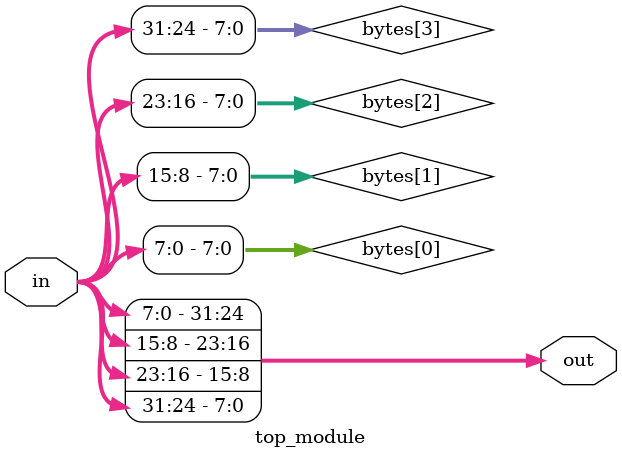
<source format=v>
module top_module( 
    input [31:0] in,
    output [31:0] out );//
    wire [7:0] bytes [3:0];
    assign bytes[3] = in[31:24];
    assign bytes[2] = in[23:16];
    assign bytes[1] = in[15:8];
    assign bytes[0] = in[7:0];
    assign out = {bytes[0],bytes[1],bytes[2],bytes[3]};

    // assign out[31:24] = ...;

endmodule

</source>
